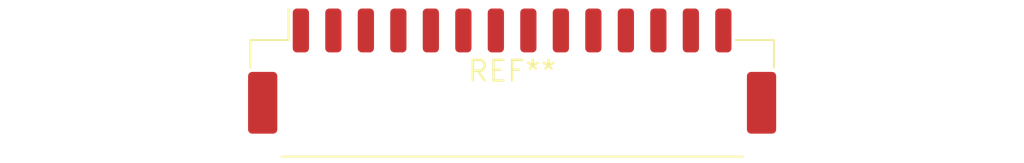
<source format=kicad_pcb>
(kicad_pcb (version 20240108) (generator pcbnew)
  (layers (0 "F.Cu" signal) (31 "B.Cu" signal) (34 "B.Paste" user) (35 "F.Paste" user) (36 "B.SilkS" user "B.Silkscreen") (37 "F.SilkS" user "F.Silkscreen") (38 "B.Mask" user) (39 "F.Mask" user) (44 "Edge.Cuts" user))
  (net 0 "")
  (footprint "Molex_CLIK-Mate_502494-1470_1x14-1MP_P2.00mm_Horizontal" (layer "F.Cu") (at 0 0)
    (property "Reference" "REF**")
    (property "Value" "Molex_CLIK-Mate_502494-1470_1x14-1MP_P2.00mm_Horizontal")
    (fp_line (start -16.11 -1.91) (end -13.76 -1.91) (layer "F.SilkS") (stroke (width 0.12)))
    (fp_line (start -16.11 -0.21) (end -16.11 -1.91) (layer "F.SilkS") (stroke (width 0.12)))
    (fp_line (start -14.19 5.26) (end 14.19 5.26) (layer "F.SilkS") (stroke (width 0.12)))
    (fp_line (start -13.76 -1.91) (end -13.76 -3.85) (layer "F.SilkS") (stroke (width 0.12)))
    (fp_line (start 16.11 -1.91) (end 13.76 -1.91) (layer "F.SilkS") (stroke (width 0.12)))
    (fp_line (start 16.11 -0.21) (end 16.11 -1.91) (layer "F.SilkS") (stroke (width 0.12)))
    (pad "1" smd roundrect (at -13 -2.5) (size 1 2.7) (layers "F.Cu" "F.Paste" "F.Mask"))
    (pad "2" smd roundrect (at -11 -2.5) (size 1 2.7) (layers "F.Cu" "F.Paste" "F.Mask"))
    (pad "3" smd roundrect (at -9 -2.5) (size 1 2.7) (layers "F.Cu" "F.Paste" "F.Mask"))
    (pad "4" smd roundrect (at -7 -2.5) (size 1 2.7) (layers "F.Cu" "F.Paste" "F.Mask"))
    (pad "5" smd roundrect (at -5 -2.5) (size 1 2.7) (layers "F.Cu" "F.Paste" "F.Mask"))
    (pad "6" smd roundrect (at -3 -2.5) (size 1 2.7) (layers "F.Cu" "F.Paste" "F.Mask"))
    (pad "7" smd roundrect (at -1 -2.5) (size 1 2.7) (layers "F.Cu" "F.Paste" "F.Mask"))
    (pad "8" smd roundrect (at 1 -2.5) (size 1 2.7) (layers "F.Cu" "F.Paste" "F.Mask"))
    (pad "9" smd roundrect (at 3 -2.5) (size 1 2.7) (layers "F.Cu" "F.Paste" "F.Mask"))
    (pad "10" smd roundrect (at 5 -2.5) (size 1 2.7) (layers "F.Cu" "F.Paste" "F.Mask"))
    (pad "11" smd roundrect (at 7 -2.5) (size 1 2.7) (layers "F.Cu" "F.Paste" "F.Mask"))
    (pad "12" smd roundrect (at 9 -2.5) (size 1 2.7) (layers "F.Cu" "F.Paste" "F.Mask"))
    (pad "13" smd roundrect (at 11 -2.5) (size 1 2.7) (layers "F.Cu" "F.Paste" "F.Mask"))
    (pad "14" smd roundrect (at 13 -2.5) (size 1 2.7) (layers "F.Cu" "F.Paste" "F.Mask"))
    (pad "MP" smd roundrect (at -15.35 1.95) (size 1.8 3.8) (layers "F.Cu" "F.Paste" "F.Mask") (roundrect_rratio 0.138889))
    (pad "MP" smd roundrect (at 15.35 1.95) (size 1.8 3.8) (layers "F.Cu" "F.Paste" "F.Mask") (roundrect_rratio 0.138889))
  )
)
</source>
